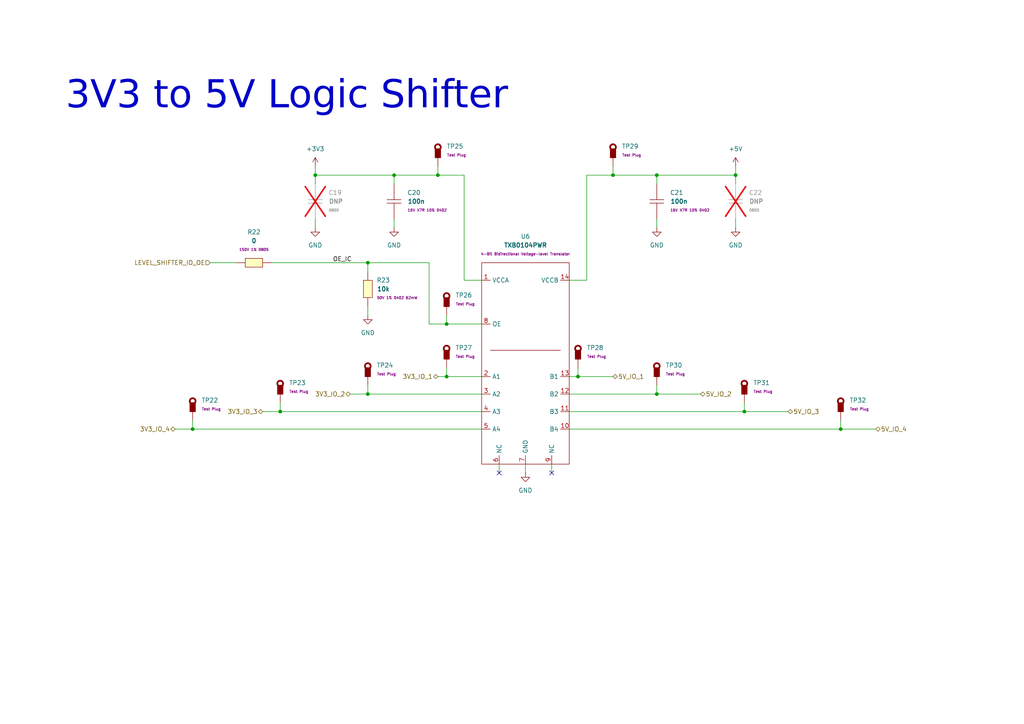
<source format=kicad_sch>
(kicad_sch (version 20231120) (generator "eeschema") (generator_version "8.0")
  (paper "A4")
  (title_block (title "AstraControl - Root") (date "2024-08-26") (rev "A") (company "LiveAstra Technologies"))
  (lib_symbols
    (symbol "LiveAstra:C_100nF_X7R_0402" (pin_numbers hide) (pin_names hide)
      (property "Reference" "C" (at 0 8.89 0))
      (property "Value" "100n" (at 0 6.35 0))
      (property "Extra Values" "16V X7R 10% 0402" (at 0 3.81 0))
      (symbol "C_100nF_X7R_0402_0_1"
        (polyline (pts (xy -2.54 0) (xy -0.51 0)))
        (polyline (pts (xy -0.51 2.03) (xy -0.51 -2.03)))
        (polyline (pts (xy 0.51 0) (xy 2.54 0)))
        (polyline (pts (xy 0.51 2.03) (xy 0.51 -2.03)))
      )
      (symbol "C_100nF_X7R_0402_1_1"
        (pin passive line (at -5.08 0 0) (length 2.54) (name "1") (number "1"))
        (pin passive line (at 5.08 0 180) (length 2.54) (name "2") (number "2"))
      )
    )
    (symbol "LiveAstra:C_DNP_0805" (pin_numbers hide) (pin_names hide) (in_bom no)
      (property "Reference" "C" (at 0 8.89 0))
      (property "Value" "DNP" (at 0 6.35 0))
      (property "Extra Values" "0805" (at 0 3.81 0))
      (symbol "C_DNP_0805_0_1"
        (polyline (pts (xy -2.54 0) (xy -0.51 0)))
        (polyline (pts (xy -0.51 2.03) (xy -0.51 -2.03)))
        (polyline (pts (xy 0.51 0) (xy 2.54 0)))
        (polyline (pts (xy 0.51 2.03) (xy 0.51 -2.03)))
      )
      (symbol "C_DNP_0805_1_1"
        (pin passive line (at -5.08 0 0) (length 2.54) (name "1") (number "1"))
        (pin passive line (at 5.08 0 180) (length 2.54) (name "2") (number "2"))
      )
    )
    (symbol "LiveAstra:R_0Ohm_0805_125mW" (pin_numbers hide) (pin_names hide)
      (property "Reference" "R" (at 0 7.62 0))
      (property "Value" "0" (at 0 5.08 0))
      (property "Extra Values" "150V 1% 0805" (at 0 2.54 0))
      (symbol "R_0Ohm_0805_125mW_0_1"
        (rectangle (start -2.54 1.27) (end 2.54 -1.27) (fill (type background)))
      )
      (symbol "R_0Ohm_0805_125mW_1_1"
        (pin passive line (at -5.08 0 0) (length 2.54) (name "1") (number "1"))
        (pin passive line (at 5.08 0 180) (length 2.54) (name "2") (number "2"))
      )
    )
    (symbol "LiveAstra:R_10kOhm_0402_62mW" (pin_numbers hide) (pin_names hide)
      (property "Reference" "R" (at 0 7.62 0))
      (property "Value" "10k" (at 0 5.08 0))
      (property "Extra Values" "50V 1% 0402 62mW" (at 0 2.54 0))
      (symbol "R_10kOhm_0402_62mW_0_1"
        (rectangle (start -2.54 1.27) (end 2.54 -1.27) (fill (type background)))
      )
      (symbol "R_10kOhm_0402_62mW_1_1"
        (pin passive line (at -5.08 0 0) (length 2.54) (name "1") (number "1"))
        (pin passive line (at 5.08 0 180) (length 2.54) (name "2") (number "2"))
      )
    )
    (symbol "LiveAstra:TestPoint_Thimble" (pin_numbers hide) (pin_names hide) (in_bom no)
      (property "Reference" "TP" (at 0 9.5043 0))
      (property "Extra Values" "Test Plug" (at 0 7.62 0))
      (symbol "TestPoint_Thimble_1_1"
        (rectangle (start -0.762 5.08) (end 0.762 2.54) (stroke (width 0.254)) (fill (type outline)))
        (arc (start 0.508 4.9323) (mid 0 6.4175) (end -0.508 4.9323) (stroke (width 0.508)))
        (pin passive line (at 0 0 90) (length 2.54) (name "1") (number "1"))
      )
    )
    (symbol "LiveAstra:U_TXB0104PWR_4Bit_Logic_Level_Translator"
      (property "Reference" "U" (at 0 20.32 0))
      (property "Value" "TXB0104PWR" (at 0 17.78 0))
      (property "Extra Values" "4-Bit Bidirectional Voltage-level Translator" (at 0 15.24 0))
      (symbol "U_TXB0104PWR_4Bit_Logic_Level_Translator_0_1"
        (rectangle (start -12.7 12.7) (end 12.7 -45.72))
        (polyline (pts (xy 10.16 -12.7) (xy -10.16 -12.7)))
        (pin unspecified line (at -7.62 -45.72 90) (length 2.54) (name "NC") (number "6"))
        (pin unspecified line (at 7.62 -45.72 90) (length 2.54) (name "NC") (number "9"))
      )
      (symbol "U_TXB0104PWR_4Bit_Logic_Level_Translator_1_1"
        (pin power_in line (at -12.7 7.62 0) (length 2.54) (name "VCCA") (number "1"))
        (pin bidirectional line (at 12.7 -35.56 180) (length 2.54) (name "B4") (number "10"))
        (pin bidirectional line (at 12.7 -30.48 180) (length 2.54) (name "B3") (number "11"))
        (pin bidirectional line (at 12.7 -25.4 180) (length 2.54) (name "B2") (number "12"))
        (pin bidirectional line (at 12.7 -20.32 180) (length 2.54) (name "B1") (number "13"))
        (pin power_in line (at 12.7 7.62 180) (length 2.54) (name "VCCB") (number "14"))
        (pin bidirectional line (at -12.7 -20.32 0) (length 2.54) (name "A1") (number "2"))
        (pin bidirectional line (at -12.7 -25.4 0) (length 2.54) (name "A2") (number "3"))
        (pin bidirectional line (at -12.7 -30.48 0) (length 2.54) (name "A3") (number "4"))
        (pin bidirectional line (at -12.7 -35.56 0) (length 2.54) (name "A4") (number "5"))
        (pin power_in line (at 0 -45.72 90) (length 2.54) (name "GND") (number "7"))
        (pin input line (at -12.7 -5.08 0) (length 2.54) (name "OE") (number "8"))
      )
    )
    (symbol "power:+3V3" (power) (pin_numbers hide) (pin_names (offset 0) hide)
      (property "Value" "+3V3" (at 0 3.556 0))
      (symbol "+3V3_0_1"
        (polyline (pts (xy -0.762 1.27) (xy 0 2.54)))
        (polyline (pts (xy 0 0) (xy 0 2.54)))
        (polyline (pts (xy 0 2.54) (xy 0.762 1.27)))
      )
      (symbol "+3V3_1_1"
        (pin power_in line (at 0 0 90) (length 0) (name "~") (number "1"))
      )
    )
    (symbol "power:+5V" (power) (pin_numbers hide) (pin_names (offset 0) hide)
      (property "Value" "+5V" (at 0 3.556 0))
      (symbol "+5V_0_1"
        (polyline (pts (xy -0.762 1.27) (xy 0 2.54)))
        (polyline (pts (xy 0 0) (xy 0 2.54)))
        (polyline (pts (xy 0 2.54) (xy 0.762 1.27)))
      )
      (symbol "+5V_1_1"
        (pin power_in line (at 0 0 90) (length 0) (name "~") (number "1"))
      )
    )
    (symbol "power:GND" (power) (pin_numbers hide) (pin_names (offset 0) hide)
      (property "Value" "GND" (at 0 -3.81 0))
      (symbol "GND_0_1"
        (polyline (pts (xy 0 0) (xy 0 -1.27) (xy 1.27 -1.27) (xy 0 -2.54) (xy -1.27 -1.27) (xy 0 -1.27)))
      )
      (symbol "GND_1_1"
        (pin power_in line (at 0 0 270) (length 0) (name "~") (number "1"))
      )
    )
  )
  (junction (at 190.5 114.3))
  (junction (at 127 50.8))
  (junction (at 81.28 119.38))
  (junction (at 213.36 50.8))
  (junction (at 190.5 50.8))
  (junction (at 91.44 50.8))
  (junction (at 106.68 76.2))
  (junction (at 243.84 124.46))
  (junction (at 55.88 124.46))
  (junction (at 177.8 50.8))
  (junction (at 129.54 93.98))
  (junction (at 167.64 109.22))
  (junction (at 114.3 50.8))
  (junction (at 129.54 109.22))
  (junction (at 106.68 114.3))
  (junction (at 215.9 119.38))
  (no_connect (at 144.78 137.16))
  (no_connect (at 160.02 137.16))
  (wire (pts (xy 55.88 121.92) (xy 55.88 124.46)))
  (wire (pts (xy 167.64 109.22) (xy 177.8 109.22)))
  (wire (pts (xy 101.6 114.3) (xy 106.68 114.3)))
  (wire (pts (xy 114.3 66.04) (xy 114.3 63.5)))
  (wire (pts (xy 165.1 124.46) (xy 243.84 124.46)))
  (wire (pts (xy 243.84 124.46) (xy 254 124.46)))
  (wire (pts (xy 165.1 109.22) (xy 167.64 109.22)))
  (wire (pts (xy 129.54 93.98) (xy 139.7 93.98)))
  (wire (pts (xy 124.46 93.98) (xy 129.54 93.98)))
  (wire (pts (xy 170.18 50.8) (xy 170.18 81.28)))
  (wire (pts (xy 152.4 134.62) (xy 152.4 137.16)))
  (wire (pts (xy 106.68 78.74) (xy 106.68 76.2)))
  (wire (pts (xy 81.28 119.38) (xy 139.7 119.38)))
  (wire (pts (xy 68.58 76.2) (xy 60.96 76.2)))
  (wire (pts (xy 190.5 114.3) (xy 203.2 114.3)))
  (wire (pts (xy 190.5 50.8) (xy 190.5 53.34)))
  (wire (pts (xy 177.8 50.8) (xy 190.5 50.8)))
  (wire (pts (xy 106.68 91.44) (xy 106.68 88.9)))
  (wire (pts (xy 165.1 81.28) (xy 170.18 81.28)))
  (wire (pts (xy 129.54 109.22) (xy 139.7 109.22)))
  (wire (pts (xy 213.36 50.8) (xy 213.36 53.34)))
  (wire (pts (xy 127 50.8) (xy 134.62 50.8)))
  (wire (pts (xy 106.68 114.3) (xy 139.7 114.3)))
  (wire (pts (xy 91.44 50.8) (xy 91.44 53.34)))
  (wire (pts (xy 144.78 137.16) (xy 144.78 134.62)))
  (wire (pts (xy 177.8 48.26) (xy 177.8 50.8)))
  (wire (pts (xy 213.36 48.26) (xy 213.36 50.8)))
  (wire (pts (xy 127 109.22) (xy 129.54 109.22)))
  (wire (pts (xy 134.62 50.8) (xy 134.62 81.28)))
  (wire (pts (xy 91.44 66.04) (xy 91.44 63.5)))
  (wire (pts (xy 124.46 76.2) (xy 124.46 93.98)))
  (wire (pts (xy 50.8 124.46) (xy 55.88 124.46)))
  (wire (pts (xy 114.3 50.8) (xy 127 50.8)))
  (wire (pts (xy 106.68 111.76) (xy 106.68 114.3)))
  (wire (pts (xy 129.54 91.44) (xy 129.54 93.98)))
  (wire (pts (xy 160.02 137.16) (xy 160.02 134.62)))
  (wire (pts (xy 129.54 106.68) (xy 129.54 109.22)))
  (wire (pts (xy 76.2 119.38) (xy 81.28 119.38)))
  (wire (pts (xy 215.9 119.38) (xy 228.6 119.38)))
  (wire (pts (xy 127 48.26) (xy 127 50.8)))
  (wire (pts (xy 106.68 76.2) (xy 124.46 76.2)))
  (wire (pts (xy 170.18 50.8) (xy 177.8 50.8)))
  (wire (pts (xy 215.9 116.84) (xy 215.9 119.38)))
  (wire (pts (xy 165.1 114.3) (xy 190.5 114.3)))
  (wire (pts (xy 167.64 106.68) (xy 167.64 109.22)))
  (wire (pts (xy 213.36 66.04) (xy 213.36 63.5)))
  (wire (pts (xy 78.74 76.2) (xy 106.68 76.2)))
  (wire (pts (xy 190.5 66.04) (xy 190.5 63.5)))
  (wire (pts (xy 114.3 50.8) (xy 114.3 53.34)))
  (wire (pts (xy 91.44 50.8) (xy 114.3 50.8)))
  (wire (pts (xy 165.1 119.38) (xy 215.9 119.38)))
  (wire (pts (xy 190.5 111.76) (xy 190.5 114.3)))
  (wire (pts (xy 55.88 124.46) (xy 139.7 124.46)))
  (wire (pts (xy 134.62 81.28) (xy 139.7 81.28)))
  (wire (pts (xy 81.28 116.84) (xy 81.28 119.38)))
  (wire (pts (xy 243.84 121.92) (xy 243.84 124.46)))
  (wire (pts (xy 91.44 48.26) (xy 91.44 50.8)))
  (wire (pts (xy 213.36 50.8) (xy 190.5 50.8)))
  (text "3V3 to 5V Logic Shifter" (at 19.05 25.4 0) (effects (font (size 8 8)) (justify left top)))
  (label "OE_IC" (at 96.52 76.2 0))
  (hierarchical_label "3V3_IO_1" (shape bidirectional) (at 127 109.22 180))
  (hierarchical_label "3V3_IO_3" (shape bidirectional) (at 76.2 119.38 180))
  (hierarchical_label "5V_IO_1" (shape bidirectional) (at 177.8 109.22 0))
  (hierarchical_label "LEVEL_SHIFTER_IO_OE" (shape input) (at 60.96 76.2 180))
  (hierarchical_label "5V_IO_3" (shape bidirectional) (at 228.6 119.38 0))
  (hierarchical_label "3V3_IO_4" (shape bidirectional) (at 50.8 124.46 180))
  (hierarchical_label "3V3_IO_2" (shape bidirectional) (at 101.6 114.3 180))
  (hierarchical_label "5V_IO_2" (shape bidirectional) (at 203.2 114.3 0))
  (hierarchical_label "5V_IO_4" (shape bidirectional) (at 254 124.46 0))
  (symbol (lib_id "power:GND") (at 190.5 66.04 0) (unit 1)
    (property "Reference" "#PWR056" (effects (hide yes)))
    (property "Value" "GND" (at 190.5 71.12 0))
    (property "Description" "Power symbol creates a global label with name \"GND\" , ground" (effects (hide yes)))
  )
  (symbol (lib_id "LiveAstra:TestPoint_Thimble") (at 129.54 91.44 0) (unit 1) (in_bom no)
    (property "Reference" "TP26" (at 132.08 85.6276 0) (effects (justify left)))
    (property "Value" "TestPoint_Thimble" (effects (hide yes)))
    (property "Footprint" "LiveAstra:TestPoint_Loop_D3.50mm_Drill0.9mm_Beaded" (effects (hide yes)))
    (property "Datasheet" "https://www.lcsc.com/product-detail/Thimble-Copper-Rod-Test-Ring_ronghe-RH-5000_C5277086.html" (effects (hide yes)))
    (property "Description" "Test Points / Test Rings ROHS" (effects (hide yes)))
    (property "LCSC Part" "C5277086" (effects (hide yes)))
    (property "Extra Values" "Test Plug" (at 132.08 88.1676 0) (effects (font (size 0.762 0.762) (bold yes)) (justify left)))
    (property "MFN" "ronghe" (effects (hide yes)))
    (property "MPN" "RH-5000" (effects (hide yes)))
  )
  (symbol (lib_id "LiveAstra:R_10kOhm_0402_62mW") (at 106.68 83.82 90) (unit 1)
    (property "Reference" "R23" (at 109.22 81.2799 90) (effects (justify right)))
    (property "Value" "10k" (at 109.22 83.82 90) (effects (font (bold yes)) (justify right)))
    (property "Footprint" "LiveAstra:R_0402_1005Metric" (effects (hide yes)))
    (property "Datasheet" "https://www.lcsc.com/product-detail/Chip-Resistor-Surface-Mount_UNI-ROYAL-Uniroyal-Elec-0402WGF1002TCE_C25744.html" (effects (hide yes)))
    (property "Description" "62.5mW Thick Film Resistors 50V ±100ppm/℃ ±1% 10kΩ 0402 Chip Resistor - Surface Mount ROHS" (effects (hide yes)))
    (property "LCSC Part" "C25744" (effects (hide yes)))
    (property "Extra Values" "50V 1% 0402 62mW" (at 109.22 86.3599 90) (effects (font (size 0.762 0.762) (bold yes)) (justify right)))
    (property "MFN" "UNI-ROYAL(Uniroyal Elec)" (effects (hide yes)))
    (property "MPN" "0402WGF1002TCE" (effects (hide yes)))
  )
  (symbol (lib_id "power:GND") (at 106.68 91.44 0) (unit 1)
    (property "Reference" "#PWR053" (effects (hide yes)))
    (property "Value" "GND" (at 106.68 96.52 0))
    (property "Description" "Power symbol creates a global label with name \"GND\" , ground" (effects (hide yes)))
  )
  (symbol (lib_id "power:+5V") (at 213.36 48.26 0) (unit 1)
    (property "Reference" "#PWR057" (effects (hide yes)))
    (property "Value" "+5V" (at 213.36 43.18 0))
    (property "Description" "Power symbol creates a global label with name \"+5V\"" (effects (hide yes)))
  )
  (symbol (lib_id "power:+3V3") (at 91.44 48.26 0) (unit 1)
    (property "Reference" "#PWR051" (effects (hide yes)))
    (property "Value" "+3V3" (at 91.44 43.18 0))
    (property "Description" "Power symbol creates a global label with name \"+3V3\"" (effects (hide yes)))
  )
  (symbol (lib_id "LiveAstra:TestPoint_Thimble") (at 129.54 106.68 0) (unit 1) (in_bom no)
    (property "Reference" "TP27" (at 132.08 100.8676 0) (effects (justify left)))
    (property "Value" "TestPoint_Thimble" (effects (hide yes)))
    (property "Footprint" "LiveAstra:TestPoint_Loop_D3.50mm_Drill0.9mm_Beaded" (effects (hide yes)))
    (property "Datasheet" "https://www.lcsc.com/product-detail/Thimble-Copper-Rod-Test-Ring_ronghe-RH-5000_C5277086.html" (effects (hide yes)))
    (property "Description" "Test Points / Test Rings ROHS" (effects (hide yes)))
    (property "LCSC Part" "C5277086" (effects (hide yes)))
    (property "Extra Values" "Test Plug" (at 132.08 103.4076 0) (effects (font (size 0.762 0.762) (bold yes)) (justify left)))
    (property "MFN" "ronghe" (effects (hide yes)))
    (property "MPN" "RH-5000" (effects (hide yes)))
  )
  (symbol (lib_id "LiveAstra:TestPoint_Thimble") (at 81.28 116.84 0) (unit 1) (in_bom no)
    (property "Reference" "TP23" (at 83.82 111.0276 0) (effects (justify left)))
    (property "Value" "TestPoint_Thimble" (effects (hide yes)))
    (property "Footprint" "LiveAstra:TestPoint_Loop_D3.50mm_Drill0.9mm_Beaded" (effects (hide yes)))
    (property "Datasheet" "https://www.lcsc.com/product-detail/Thimble-Copper-Rod-Test-Ring_ronghe-RH-5000_C5277086.html" (effects (hide yes)))
    (property "Description" "Test Points / Test Rings ROHS" (effects (hide yes)))
    (property "LCSC Part" "C5277086" (effects (hide yes)))
    (property "Extra Values" "Test Plug" (at 83.82 113.5676 0) (effects (font (size 0.762 0.762) (bold yes)) (justify left)))
    (property "MFN" "ronghe" (effects (hide yes)))
    (property "MPN" "RH-5000" (effects (hide yes)))
  )
  (symbol (lib_id "LiveAstra:U_TXB0104PWR_4Bit_Logic_Level_Translator") (at 152.4 88.9 0) (unit 1)
    (property "Reference" "U6" (at 152.4 68.58 0))
    (property "Value" "TXB0104PWR" (at 152.4 71.12 0) (effects (font (bold yes))))
    (property "Footprint" "LiveAstra:LOGIC_SHIFTER_TXB0104PWR_TSOP_14" (effects (hide yes)))
    (property "Datasheet" "https://lcsc.com/product-detail/Interface-ICs_TI_TXB0104PWR_TXB0104PWR_C60708.html" (effects (hide yes)))
    (property "Description" "Level Shifter 1.65V~5.5V 1 4 1.2V~3.6V 100Mbps TSSOP-14 Translators, Level Shifters ROHS" (effects (hide yes)))
    (property "LCSC Part" "C60708" (effects (hide yes)))
    (property "Extra Values" "4-Bit Bidirectional Voltage-level Translator" (at 152.4 73.66 0) (effects (font (size 0.762 0.762) (bold yes))))
    (property "MFN" "Texas Instruments" (effects (hide yes)))
    (property "MPN" "TXB0104PWR" (effects (hide yes)))
  )
  (symbol (lib_id "LiveAstra:TestPoint_Thimble") (at 215.9 116.84 0) (unit 1) (in_bom no)
    (property "Reference" "TP31" (at 218.44 111.0276 0) (effects (justify left)))
    (property "Value" "TestPoint_Thimble" (effects (hide yes)))
    (property "Footprint" "LiveAstra:TestPoint_Loop_D3.50mm_Drill0.9mm_Beaded" (effects (hide yes)))
    (property "Datasheet" "https://www.lcsc.com/product-detail/Thimble-Copper-Rod-Test-Ring_ronghe-RH-5000_C5277086.html" (effects (hide yes)))
    (property "Description" "Test Points / Test Rings ROHS" (effects (hide yes)))
    (property "LCSC Part" "C5277086" (effects (hide yes)))
    (property "Extra Values" "Test Plug" (at 218.44 113.5676 0) (effects (font (size 0.762 0.762) (bold yes)) (justify left)))
    (property "MFN" "ronghe" (effects (hide yes)))
    (property "MPN" "RH-5000" (effects (hide yes)))
  )
  (symbol (lib_id "LiveAstra:TestPoint_Thimble") (at 106.68 111.76 0) (unit 1) (in_bom no)
    (property "Reference" "TP24" (at 109.22 105.9476 0) (effects (justify left)))
    (property "Value" "TestPoint_Thimble" (effects (hide yes)))
    (property "Footprint" "LiveAstra:TestPoint_Loop_D3.50mm_Drill0.9mm_Beaded" (effects (hide yes)))
    (property "Datasheet" "https://www.lcsc.com/product-detail/Thimble-Copper-Rod-Test-Ring_ronghe-RH-5000_C5277086.html" (effects (hide yes)))
    (property "Description" "Test Points / Test Rings ROHS" (effects (hide yes)))
    (property "LCSC Part" "C5277086" (effects (hide yes)))
    (property "Extra Values" "Test Plug" (at 109.22 108.4876 0) (effects (font (size 0.762 0.762) (bold yes)) (justify left)))
    (property "MFN" "ronghe" (effects (hide yes)))
    (property "MPN" "RH-5000" (effects (hide yes)))
  )
  (symbol (lib_id "LiveAstra:R_0Ohm_0805_125mW") (at 73.66 76.2 0) (unit 1)
    (property "Reference" "R22" (at 73.66 67.31 0))
    (property "Value" "0" (at 73.66 69.85 0) (effects (font (bold yes))))
    (property "Footprint" "LiveAstra:R_0805_2012Metric_Pad1.20x1.40mm_HandSolder" (effects (hide yes)))
    (property "Datasheet" "https://lcsc.com/product-detail/Chip-Resistor-Surface-Mount-UniOhm_0R-0R0-1_C17477.html" (effects (hide yes)))
    (property "Description" "125mW Thick Film Resistors 150V ±800ppm/℃ ±1% 0Ω 0805 Chip Resistor - Surface Mount ROHS" (effects (hide yes)))
    (property "LCSC Part" "C17477" (effects (hide yes)))
    (property "Extra Values" "150V 1% 0805" (at 73.66 72.39 0) (effects (font (size 0.762 0.762) (bold yes))))
    (property "MFN" "UNI-ROYAL(Uniroyal Elec)" (effects (hide yes)))
    (property "MPN" "0805W8F0000T5E" (effects (hide yes)))
  )
  (symbol (lib_id "power:GND") (at 114.3 66.04 0) (unit 1)
    (property "Reference" "#PWR054" (effects (hide yes)))
    (property "Value" "GND" (at 114.3 71.12 0))
    (property "Description" "Power symbol creates a global label with name \"GND\" , ground" (effects (hide yes)))
  )
  (symbol (lib_id "LiveAstra:TestPoint_Thimble") (at 167.64 106.68 0) (unit 1) (in_bom no)
    (property "Reference" "TP28" (at 170.18 100.8676 0) (effects (justify left)))
    (property "Value" "TestPoint_Thimble" (effects (hide yes)))
    (property "Footprint" "LiveAstra:TestPoint_Loop_D3.50mm_Drill0.9mm_Beaded" (effects (hide yes)))
    (property "Datasheet" "https://www.lcsc.com/product-detail/Thimble-Copper-Rod-Test-Ring_ronghe-RH-5000_C5277086.html" (effects (hide yes)))
    (property "Description" "Test Points / Test Rings ROHS" (effects (hide yes)))
    (property "LCSC Part" "C5277086" (effects (hide yes)))
    (property "Extra Values" "Test Plug" (at 170.18 103.4076 0) (effects (font (size 0.762 0.762) (bold yes)) (justify left)))
    (property "MFN" "ronghe" (effects (hide yes)))
    (property "MPN" "RH-5000" (effects (hide yes)))
  )
  (symbol (lib_id "LiveAstra:TestPoint_Thimble") (at 55.88 121.92 0) (unit 1) (in_bom no)
    (property "Reference" "TP22" (at 58.42 116.1076 0) (effects (justify left)))
    (property "Value" "TestPoint_Thimble" (effects (hide yes)))
    (property "Footprint" "LiveAstra:TestPoint_Loop_D3.50mm_Drill0.9mm_Beaded" (effects (hide yes)))
    (property "Datasheet" "https://www.lcsc.com/product-detail/Thimble-Copper-Rod-Test-Ring_ronghe-RH-5000_C5277086.html" (effects (hide yes)))
    (property "Description" "Test Points / Test Rings ROHS" (effects (hide yes)))
    (property "LCSC Part" "C5277086" (effects (hide yes)))
    (property "Extra Values" "Test Plug" (at 58.42 118.6476 0) (effects (font (size 0.762 0.762) (bold yes)) (justify left)))
    (property "MFN" "ronghe" (effects (hide yes)))
    (property "MPN" "RH-5000" (effects (hide yes)))
  )
  (symbol (lib_id "power:GND") (at 152.4 137.16 0) (unit 1)
    (property "Reference" "#PWR055" (effects (hide yes)))
    (property "Value" "GND" (at 152.4 142.24 0))
    (property "Description" "Power symbol creates a global label with name \"GND\" , ground" (effects (hide yes)))
  )
  (symbol (lib_id "LiveAstra:TestPoint_Thimble") (at 243.84 121.92 0) (unit 1) (in_bom no)
    (property "Reference" "TP32" (at 246.38 116.1076 0) (effects (justify left)))
    (property "Value" "TestPoint_Thimble" (effects (hide yes)))
    (property "Footprint" "LiveAstra:TestPoint_Loop_D3.50mm_Drill0.9mm_Beaded" (effects (hide yes)))
    (property "Datasheet" "https://www.lcsc.com/product-detail/Thimble-Copper-Rod-Test-Ring_ronghe-RH-5000_C5277086.html" (effects (hide yes)))
    (property "Description" "Test Points / Test Rings ROHS" (effects (hide yes)))
    (property "LCSC Part" "C5277086" (effects (hide yes)))
    (property "Extra Values" "Test Plug" (at 246.38 118.6476 0) (effects (font (size 0.762 0.762) (bold yes)) (justify left)))
    (property "MFN" "ronghe" (effects (hide yes)))
    (property "MPN" "RH-5000" (effects (hide yes)))
  )
  (symbol (lib_id "power:GND") (at 91.44 66.04 0) (unit 1)
    (property "Reference" "#PWR052" (effects (hide yes)))
    (property "Value" "GND" (at 91.44 71.12 0))
    (property "Description" "Power symbol creates a global label with name \"GND\" , ground" (effects (hide yes)))
  )
  (symbol (lib_id "power:GND") (at 213.36 66.04 0) (unit 1)
    (property "Reference" "#PWR058" (effects (hide yes)))
    (property "Value" "GND" (at 213.36 71.12 0))
    (property "Description" "Power symbol creates a global label with name \"GND\" , ground" (effects (hide yes)))
  )
  (symbol (lib_id "LiveAstra:TestPoint_Thimble") (at 127 48.26 0) (unit 1) (in_bom no)
    (property "Reference" "TP25" (at 129.54 42.4476 0) (effects (justify left)))
    (property "Value" "TestPoint_Thimble" (effects (hide yes)))
    (property "Footprint" "LiveAstra:TestPoint_Loop_D3.50mm_Drill0.9mm_Beaded" (effects (hide yes)))
    (property "Datasheet" "https://www.lcsc.com/product-detail/Thimble-Copper-Rod-Test-Ring_ronghe-RH-5000_C5277086.html" (effects (hide yes)))
    (property "Description" "Test Points / Test Rings ROHS" (effects (hide yes)))
    (property "LCSC Part" "C5277086" (effects (hide yes)))
    (property "Extra Values" "Test Plug" (at 129.54 44.9876 0) (effects (font (size 0.762 0.762) (bold yes)) (justify left)))
    (property "MFN" "ronghe" (effects (hide yes)))
    (property "MPN" "RH-5000" (effects (hide yes)))
  )
  (symbol (lib_id "LiveAstra:TestPoint_Thimble") (at 177.8 48.26 0) (unit 1) (in_bom no)
    (property "Reference" "TP29" (at 180.34 42.4476 0) (effects (justify left)))
    (property "Value" "TestPoint_Thimble" (effects (hide yes)))
    (property "Footprint" "LiveAstra:TestPoint_Loop_D3.50mm_Drill0.9mm_Beaded" (effects (hide yes)))
    (property "Datasheet" "https://www.lcsc.com/product-detail/Thimble-Copper-Rod-Test-Ring_ronghe-RH-5000_C5277086.html" (effects (hide yes)))
    (property "Description" "Test Points / Test Rings ROHS" (effects (hide yes)))
    (property "LCSC Part" "C5277086" (effects (hide yes)))
    (property "Extra Values" "Test Plug" (at 180.34 44.9876 0) (effects (font (size 0.762 0.762) (bold yes)) (justify left)))
    (property "MFN" "ronghe" (effects (hide yes)))
    (property "MPN" "RH-5000" (effects (hide yes)))
  )
  (symbol (lib_id "LiveAstra:C_100nF_X7R_0402") (at 114.3 58.42 90) (unit 1)
    (property "Reference" "C20" (at 118.11 55.8799 90) (effects (justify right)))
    (property "Value" "100n" (at 118.11 58.42 90) (effects (font (bold yes)) (justify right)))
    (property "Footprint" "LiveAstra:C_0402_1005Metric" (effects (hide yes)))
    (property "Datasheet" "https://www.lcsc.com/product-detail/Multilayer-Ceramic-Capacitors-MLCC-SMD-SMT_Samsung-Electro-Mechanics-CL05B104KO5NNNC_C1525.html" (effects (hide yes)))
    (property "Description" "16V 100nF X7R ±10% 0402 Multilayer Ceramic Capacitors MLCC - SMD/SMT ROHS" (effects (hide yes)))
    (property "LCSC Part" "C1525" (effects (hide yes)))
    (property "Extra Values" "16V X7R 10% 0402" (at 118.11 60.9599 90) (effects (font (size 0.762 0.762) (bold yes)) (justify right)))
    (property "MFN" "Samsung Electro-Mechanics" (effects (hide yes)))
    (property "MPN" "CL05B104KO5NNNC" (effects (hide yes)))
  )
  (symbol (lib_id "LiveAstra:C_100nF_X7R_0402") (at 190.5 58.42 90) (unit 1)
    (property "Reference" "C21" (at 194.31 55.8799 90) (effects (justify right)))
    (property "Value" "100n" (at 194.31 58.42 90) (effects (font (bold yes)) (justify right)))
    (property "Footprint" "LiveAstra:C_0402_1005Metric" (effects (hide yes)))
    (property "Datasheet" "https://www.lcsc.com/product-detail/Multilayer-Ceramic-Capacitors-MLCC-SMD-SMT_Samsung-Electro-Mechanics-CL05B104KO5NNNC_C1525.html" (effects (hide yes)))
    (property "Description" "16V 100nF X7R ±10% 0402 Multilayer Ceramic Capacitors MLCC - SMD/SMT ROHS" (effects (hide yes)))
    (property "LCSC Part" "C1525" (effects (hide yes)))
    (property "Extra Values" "16V X7R 10% 0402" (at 194.31 60.9599 90) (effects (font (size 0.762 0.762) (bold yes)) (justify right)))
    (property "MFN" "Samsung Electro-Mechanics" (effects (hide yes)))
    (property "MPN" "CL05B104KO5NNNC" (effects (hide yes)))
  )
  (symbol (lib_id "LiveAstra:C_DNP_0805") (at 213.36 58.42 90) (unit 1) (in_bom no) (dnp yes)
    (property "Reference" "C22" (at 217.17 55.8799 90) (effects (justify right)))
    (property "Value" "DNP" (at 217.17 58.42 90) (effects (font (bold yes)) (justify right)))
    (property "Footprint" "LiveAstra:C_DNP_0805_2012Metric_Pad1.18x1.45mm_HandSolder" (effects (hide yes)))
    (property "Description" "DNP" (effects (hide yes)))
    (property "Extra Values" "0805" (at 217.17 60.9599 90) (effects (font (size 0.762 0.762) (bold yes)) (justify right)))
  )
  (symbol (lib_id "LiveAstra:C_DNP_0805") (at 91.44 58.42 90) (unit 1) (in_bom no) (dnp yes)
    (property "Reference" "C19" (at 95.25 55.8799 90) (effects (justify right)))
    (property "Value" "DNP" (at 95.25 58.42 90) (effects (font (bold yes)) (justify right)))
    (property "Footprint" "LiveAstra:C_DNP_0805_2012Metric_Pad1.18x1.45mm_HandSolder" (effects (hide yes)))
    (property "Description" "DNP" (effects (hide yes)))
    (property "Extra Values" "0805" (at 95.25 60.9599 90) (effects (font (size 0.762 0.762) (bold yes)) (justify right)))
  )
  (symbol (lib_id "LiveAstra:TestPoint_Thimble") (at 190.5 111.76 0) (unit 1) (in_bom no)
    (property "Reference" "TP30" (at 193.04 105.9476 0) (effects (justify left)))
    (property "Value" "TestPoint_Thimble" (effects (hide yes)))
    (property "Footprint" "LiveAstra:TestPoint_Loop_D3.50mm_Drill0.9mm_Beaded" (effects (hide yes)))
    (property "Datasheet" "https://www.lcsc.com/product-detail/Thimble-Copper-Rod-Test-Ring_ronghe-RH-5000_C5277086.html" (effects (hide yes)))
    (property "Description" "Test Points / Test Rings ROHS" (effects (hide yes)))
    (property "LCSC Part" "C5277086" (effects (hide yes)))
    (property "Extra Values" "Test Plug" (at 193.04 108.4876 0) (effects (font (size 0.762 0.762) (bold yes)) (justify left)))
    (property "MFN" "ronghe" (effects (hide yes)))
    (property "MPN" "RH-5000" (effects (hide yes)))
  )
)
</source>
